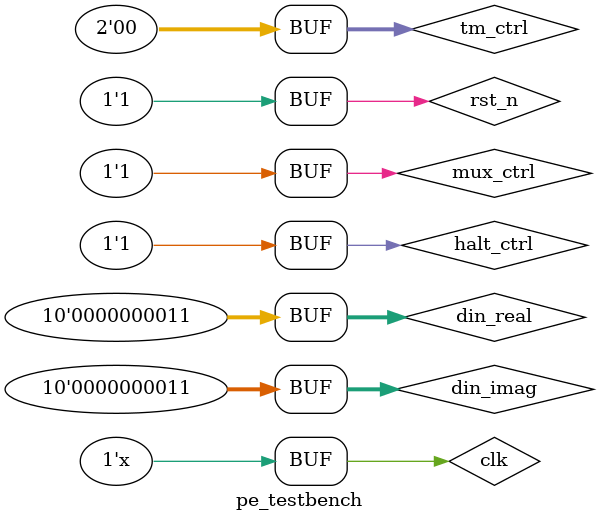
<source format=v>
module pe_testbench();

localparam DATA_WIDTH_IN = 10;
localparam DATA_WIDTH_OUT = 12;
localparam TWIDDLE_RANK = 8;
localparam FIFO_DEPTH = 4;

reg                       clk;
reg                       rst_n;
reg                       halt_ctrl;
reg                       mux_ctrl;
reg  [1:0]                tm_ctrl;
reg  [DATA_WIDTH_IN-1:0]  din_real;
reg  [DATA_WIDTH_IN-1:0]  din_imag;
wire [DATA_WIDTH_OUT-1:0] dout_real;
wire [DATA_WIDTH_OUT-1:0] dout_imag;

always
begin
    #5 clk = ~clk;
end

initial
begin
    clk = 1;
    rst_n = 1;
    halt_ctrl = 0;
    mux_ctrl = 0;
    tm_ctrl = 0;
    din_real = 0;
    din_imag = 0;

    #20 rst_n = 0;
    #20 rst_n = 1;

//////////////////////////////

    #40 mux_ctrl <= 0;
        tm_ctrl <= 0;
        din_real <= 100;
        din_imag <= 200;
        halt_ctrl <= 1;

    #10 mux_ctrl <= 0;
        tm_ctrl <= 0;
        din_real <= 90;
        din_imag <= 180;
//        halt_ctrl = 1;

    #10 mux_ctrl <= 0;
        tm_ctrl <= 0;
        din_real <= 80;
        din_imag <= 160;

    #10 mux_ctrl <= 0;
        tm_ctrl <= 0;
        din_real <= 70;
        din_imag <= 140;

///////////////////////////////////

    #10 mux_ctrl <= 1;
        tm_ctrl <= 0;
        din_real <= 60;
        din_imag <= 120;

    #10 mux_ctrl <= 1;
        tm_ctrl <= 0;
        din_real <= 50;
        din_imag <= 100;

    #10 mux_ctrl <= 1;
        tm_ctrl <= 0;
        din_real <= 40;
        din_imag <= 80;

    #10 mux_ctrl <= 1;
        tm_ctrl <= 0;
        din_real <= 30;
        din_imag <= 60;
        
//////////////////////////////
        
            #10 mux_ctrl <= 0;
                tm_ctrl <= 0;
                din_real <= 10;
                din_imag <= 10;
                halt_ctrl <= 1;
        
            #10 mux_ctrl <= 0;
                tm_ctrl <= 1;
                din_real <= 9;
                din_imag <= 9;
        //        halt_ctrl = 1;
        
            #10 mux_ctrl <= 0;
                tm_ctrl <= 2;
                din_real <= 8;
                din_imag <= 8;
        
            #10 mux_ctrl <= 0;
                tm_ctrl <= 3;
                din_real <= 7;
                din_imag <= 7;
        
        ///////////////////////////////////
        
            #10 mux_ctrl <= 1;
                tm_ctrl <= 0;
                din_real <= 6;
                din_imag <= 6;
        
            #10 mux_ctrl <= 1;
                tm_ctrl <= 0;
                din_real <= 5;
                din_imag <= 5;
        
            #10 mux_ctrl <= 1;
                tm_ctrl <= 0;
                din_real <= 4;
                din_imag <= 4;
        
            #10 mux_ctrl <= 1;
                tm_ctrl <= 0;
                din_real <= 3;
                din_imag <= 3;
end

dif_radix2_pe
#(
    .DATA_WIDTH_IN(DATA_WIDTH_IN),
    .DATA_WIDTH_OUT(DATA_WIDTH_OUT),
    .TWIDDLE_RANK(TWIDDLE_RANK),
    .FIFO_DEPTH(FIFO_DEPTH)
) dif_radix_pe (
    .clk(clk),
    .rst_n(rst_n),
    .halt_ctrl(halt_ctrl),
    .mux_ctrl(mux_ctrl),
    .tm_ctrl(tm_ctrl),
    .din_real(din_real),
    .din_imag(din_imag),
    .dout_real(dout_real),
    .dout_imag(dout_imag)
);

endmodule

</source>
